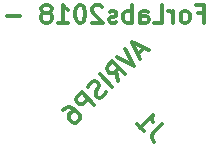
<source format=gbo>
G04 #@! TF.FileFunction,Legend,Bot*
%FSLAX46Y46*%
G04 Gerber Fmt 4.6, Leading zero omitted, Abs format (unit mm)*
G04 Created by KiCad (PCBNEW 4.0.2+dfsg1-stable) date Wed 08 Aug 2018 06:44:04 PM EDT*
%MOMM*%
G01*
G04 APERTURE LIST*
%ADD10C,0.100000*%
%ADD11C,0.300000*%
%ADD12C,0.304800*%
G04 APERTURE END LIST*
D10*
D11*
X118347142Y-104667857D02*
X118847142Y-104667857D01*
X118847142Y-105453571D02*
X118847142Y-103953571D01*
X118132856Y-103953571D01*
X117347142Y-105453571D02*
X117490000Y-105382143D01*
X117561428Y-105310714D01*
X117632857Y-105167857D01*
X117632857Y-104739286D01*
X117561428Y-104596429D01*
X117490000Y-104525000D01*
X117347142Y-104453571D01*
X117132857Y-104453571D01*
X116990000Y-104525000D01*
X116918571Y-104596429D01*
X116847142Y-104739286D01*
X116847142Y-105167857D01*
X116918571Y-105310714D01*
X116990000Y-105382143D01*
X117132857Y-105453571D01*
X117347142Y-105453571D01*
X116204285Y-105453571D02*
X116204285Y-104453571D01*
X116204285Y-104739286D02*
X116132857Y-104596429D01*
X116061428Y-104525000D01*
X115918571Y-104453571D01*
X115775714Y-104453571D01*
X114561428Y-105453571D02*
X115275714Y-105453571D01*
X115275714Y-103953571D01*
X113418571Y-105453571D02*
X113418571Y-104667857D01*
X113490000Y-104525000D01*
X113632857Y-104453571D01*
X113918571Y-104453571D01*
X114061428Y-104525000D01*
X113418571Y-105382143D02*
X113561428Y-105453571D01*
X113918571Y-105453571D01*
X114061428Y-105382143D01*
X114132857Y-105239286D01*
X114132857Y-105096429D01*
X114061428Y-104953571D01*
X113918571Y-104882143D01*
X113561428Y-104882143D01*
X113418571Y-104810714D01*
X112704285Y-105453571D02*
X112704285Y-103953571D01*
X112704285Y-104525000D02*
X112561428Y-104453571D01*
X112275714Y-104453571D01*
X112132857Y-104525000D01*
X112061428Y-104596429D01*
X111989999Y-104739286D01*
X111989999Y-105167857D01*
X112061428Y-105310714D01*
X112132857Y-105382143D01*
X112275714Y-105453571D01*
X112561428Y-105453571D01*
X112704285Y-105382143D01*
X111418571Y-105382143D02*
X111275714Y-105453571D01*
X110989999Y-105453571D01*
X110847142Y-105382143D01*
X110775714Y-105239286D01*
X110775714Y-105167857D01*
X110847142Y-105025000D01*
X110989999Y-104953571D01*
X111204285Y-104953571D01*
X111347142Y-104882143D01*
X111418571Y-104739286D01*
X111418571Y-104667857D01*
X111347142Y-104525000D01*
X111204285Y-104453571D01*
X110989999Y-104453571D01*
X110847142Y-104525000D01*
X110204285Y-104096429D02*
X110132856Y-104025000D01*
X109989999Y-103953571D01*
X109632856Y-103953571D01*
X109489999Y-104025000D01*
X109418570Y-104096429D01*
X109347142Y-104239286D01*
X109347142Y-104382143D01*
X109418570Y-104596429D01*
X110275713Y-105453571D01*
X109347142Y-105453571D01*
X108418571Y-103953571D02*
X108275714Y-103953571D01*
X108132857Y-104025000D01*
X108061428Y-104096429D01*
X107989999Y-104239286D01*
X107918571Y-104525000D01*
X107918571Y-104882143D01*
X107989999Y-105167857D01*
X108061428Y-105310714D01*
X108132857Y-105382143D01*
X108275714Y-105453571D01*
X108418571Y-105453571D01*
X108561428Y-105382143D01*
X108632857Y-105310714D01*
X108704285Y-105167857D01*
X108775714Y-104882143D01*
X108775714Y-104525000D01*
X108704285Y-104239286D01*
X108632857Y-104096429D01*
X108561428Y-104025000D01*
X108418571Y-103953571D01*
X106490000Y-105453571D02*
X107347143Y-105453571D01*
X106918571Y-105453571D02*
X106918571Y-103953571D01*
X107061428Y-104167857D01*
X107204286Y-104310714D01*
X107347143Y-104382143D01*
X105632857Y-104596429D02*
X105775715Y-104525000D01*
X105847143Y-104453571D01*
X105918572Y-104310714D01*
X105918572Y-104239286D01*
X105847143Y-104096429D01*
X105775715Y-104025000D01*
X105632857Y-103953571D01*
X105347143Y-103953571D01*
X105204286Y-104025000D01*
X105132857Y-104096429D01*
X105061429Y-104239286D01*
X105061429Y-104310714D01*
X105132857Y-104453571D01*
X105204286Y-104525000D01*
X105347143Y-104596429D01*
X105632857Y-104596429D01*
X105775715Y-104667857D01*
X105847143Y-104739286D01*
X105918572Y-104882143D01*
X105918572Y-105167857D01*
X105847143Y-105310714D01*
X105775715Y-105382143D01*
X105632857Y-105453571D01*
X105347143Y-105453571D01*
X105204286Y-105382143D01*
X105132857Y-105310714D01*
X105061429Y-105167857D01*
X105061429Y-104882143D01*
X105132857Y-104739286D01*
X105204286Y-104667857D01*
X105347143Y-104596429D01*
X103275715Y-104882143D02*
X102132858Y-104882143D01*
D12*
X115281251Y-114037169D02*
X114511515Y-114806905D01*
X114408884Y-115012169D01*
X114408884Y-115217432D01*
X114511515Y-115422695D01*
X114614147Y-115525327D01*
X113125990Y-114037169D02*
X113741778Y-114652958D01*
X113433884Y-114345064D02*
X114511515Y-113267433D01*
X114460200Y-113524012D01*
X114460199Y-113729275D01*
X114511515Y-113883222D01*
X113748550Y-107590660D02*
X113235393Y-108103817D01*
X114159077Y-107795923D02*
X112722236Y-107077503D01*
X113440656Y-108514344D01*
X112157762Y-107641976D02*
X112876183Y-109078817D01*
X111439342Y-108360397D01*
X111541973Y-110413026D02*
X111388026Y-109540658D01*
X112157762Y-109797238D02*
X111080132Y-108719607D01*
X110669605Y-109130133D01*
X110618290Y-109284080D01*
X110618289Y-109386711D01*
X110669605Y-109540658D01*
X110823553Y-109694606D01*
X110977499Y-109745921D01*
X111080132Y-109745921D01*
X111234078Y-109694606D01*
X111644604Y-109284080D01*
X111080132Y-110874868D02*
X110002501Y-109797238D01*
X110566974Y-111285394D02*
X110464343Y-111490657D01*
X110207764Y-111747236D01*
X110053816Y-111798551D01*
X109951185Y-111798551D01*
X109797238Y-111747236D01*
X109694606Y-111644604D01*
X109643291Y-111490657D01*
X109643291Y-111388026D01*
X109694606Y-111234078D01*
X109848554Y-110977499D01*
X109899868Y-110823552D01*
X109899869Y-110720921D01*
X109848553Y-110566974D01*
X109745921Y-110464342D01*
X109591974Y-110413026D01*
X109489343Y-110413026D01*
X109335396Y-110464342D01*
X109078817Y-110720921D01*
X108976185Y-110926184D01*
X109540659Y-112414341D02*
X108463028Y-111336710D01*
X108052502Y-111747237D01*
X108001186Y-111901183D01*
X108001186Y-112003815D01*
X108052502Y-112157762D01*
X108206450Y-112311709D01*
X108360396Y-112363025D01*
X108463028Y-112363025D01*
X108616975Y-112311709D01*
X109027501Y-111901183D01*
X106923556Y-112876183D02*
X107128819Y-112670920D01*
X107282766Y-112619603D01*
X107385397Y-112619603D01*
X107641976Y-112670920D01*
X107898554Y-112824867D01*
X108309080Y-113235393D01*
X108360397Y-113389340D01*
X108360396Y-113491972D01*
X108309081Y-113645919D01*
X108103818Y-113851182D01*
X107949870Y-113902497D01*
X107847239Y-113902497D01*
X107693292Y-113851182D01*
X107436713Y-113594603D01*
X107385397Y-113440655D01*
X107385397Y-113338024D01*
X107436713Y-113184077D01*
X107641976Y-112978814D01*
X107795922Y-112927498D01*
X107898555Y-112927498D01*
X108052502Y-112978814D01*
M02*

</source>
